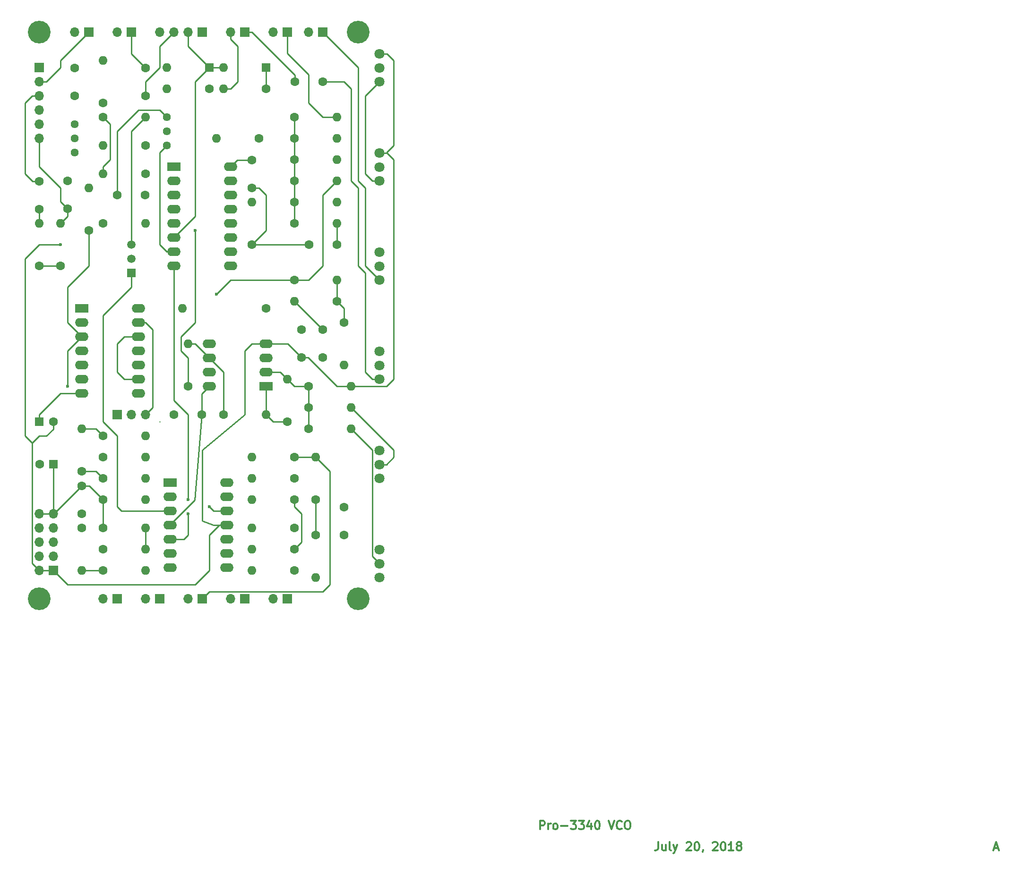
<source format=gtl>
G04 #@! TF.FileFunction,Copper,L1,Top,Signal*
%FSLAX46Y46*%
G04 Gerber Fmt 4.6, Leading zero omitted, Abs format (unit mm)*
G04 Created by KiCad (PCBNEW 4.0.7) date Saturday 21 July 2018 16:49:46*
%MOMM*%
%LPD*%
G01*
G04 APERTURE LIST*
%ADD10C,0.100000*%
%ADD11C,0.300000*%
%ADD12C,4.064000*%
%ADD13C,1.600000*%
%ADD14R,1.600000X1.600000*%
%ADD15O,1.600000X1.600000*%
%ADD16R,1.700000X1.700000*%
%ADD17O,1.700000X1.700000*%
%ADD18C,1.520000*%
%ADD19R,1.520000X1.520000*%
%ADD20C,1.800000*%
%ADD21C,1.440000*%
%ADD22R,2.400000X1.600000*%
%ADD23O,2.400000X1.600000*%
%ADD24C,0.600000*%
%ADD25C,0.250000*%
G04 APERTURE END LIST*
D10*
D11*
X270152857Y-193290000D02*
X270867143Y-193290000D01*
X270010000Y-193718571D02*
X270510000Y-192218571D01*
X271010000Y-193718571D01*
X209955716Y-192218571D02*
X209955716Y-193290000D01*
X209884288Y-193504286D01*
X209741431Y-193647143D01*
X209527145Y-193718571D01*
X209384288Y-193718571D01*
X211312859Y-192718571D02*
X211312859Y-193718571D01*
X210670002Y-192718571D02*
X210670002Y-193504286D01*
X210741430Y-193647143D01*
X210884288Y-193718571D01*
X211098573Y-193718571D01*
X211241430Y-193647143D01*
X211312859Y-193575714D01*
X212241431Y-193718571D02*
X212098573Y-193647143D01*
X212027145Y-193504286D01*
X212027145Y-192218571D01*
X212670002Y-192718571D02*
X213027145Y-193718571D01*
X213384287Y-192718571D02*
X213027145Y-193718571D01*
X212884287Y-194075714D01*
X212812859Y-194147143D01*
X212670002Y-194218571D01*
X215027144Y-192361429D02*
X215098573Y-192290000D01*
X215241430Y-192218571D01*
X215598573Y-192218571D01*
X215741430Y-192290000D01*
X215812859Y-192361429D01*
X215884287Y-192504286D01*
X215884287Y-192647143D01*
X215812859Y-192861429D01*
X214955716Y-193718571D01*
X215884287Y-193718571D01*
X216812858Y-192218571D02*
X216955715Y-192218571D01*
X217098572Y-192290000D01*
X217170001Y-192361429D01*
X217241430Y-192504286D01*
X217312858Y-192790000D01*
X217312858Y-193147143D01*
X217241430Y-193432857D01*
X217170001Y-193575714D01*
X217098572Y-193647143D01*
X216955715Y-193718571D01*
X216812858Y-193718571D01*
X216670001Y-193647143D01*
X216598572Y-193575714D01*
X216527144Y-193432857D01*
X216455715Y-193147143D01*
X216455715Y-192790000D01*
X216527144Y-192504286D01*
X216598572Y-192361429D01*
X216670001Y-192290000D01*
X216812858Y-192218571D01*
X218027143Y-193647143D02*
X218027143Y-193718571D01*
X217955715Y-193861429D01*
X217884286Y-193932857D01*
X219741429Y-192361429D02*
X219812858Y-192290000D01*
X219955715Y-192218571D01*
X220312858Y-192218571D01*
X220455715Y-192290000D01*
X220527144Y-192361429D01*
X220598572Y-192504286D01*
X220598572Y-192647143D01*
X220527144Y-192861429D01*
X219670001Y-193718571D01*
X220598572Y-193718571D01*
X221527143Y-192218571D02*
X221670000Y-192218571D01*
X221812857Y-192290000D01*
X221884286Y-192361429D01*
X221955715Y-192504286D01*
X222027143Y-192790000D01*
X222027143Y-193147143D01*
X221955715Y-193432857D01*
X221884286Y-193575714D01*
X221812857Y-193647143D01*
X221670000Y-193718571D01*
X221527143Y-193718571D01*
X221384286Y-193647143D01*
X221312857Y-193575714D01*
X221241429Y-193432857D01*
X221170000Y-193147143D01*
X221170000Y-192790000D01*
X221241429Y-192504286D01*
X221312857Y-192361429D01*
X221384286Y-192290000D01*
X221527143Y-192218571D01*
X223455714Y-193718571D02*
X222598571Y-193718571D01*
X223027143Y-193718571D02*
X223027143Y-192218571D01*
X222884286Y-192432857D01*
X222741428Y-192575714D01*
X222598571Y-192647143D01*
X224312857Y-192861429D02*
X224169999Y-192790000D01*
X224098571Y-192718571D01*
X224027142Y-192575714D01*
X224027142Y-192504286D01*
X224098571Y-192361429D01*
X224169999Y-192290000D01*
X224312857Y-192218571D01*
X224598571Y-192218571D01*
X224741428Y-192290000D01*
X224812857Y-192361429D01*
X224884285Y-192504286D01*
X224884285Y-192575714D01*
X224812857Y-192718571D01*
X224741428Y-192790000D01*
X224598571Y-192861429D01*
X224312857Y-192861429D01*
X224169999Y-192932857D01*
X224098571Y-193004286D01*
X224027142Y-193147143D01*
X224027142Y-193432857D01*
X224098571Y-193575714D01*
X224169999Y-193647143D01*
X224312857Y-193718571D01*
X224598571Y-193718571D01*
X224741428Y-193647143D01*
X224812857Y-193575714D01*
X224884285Y-193432857D01*
X224884285Y-193147143D01*
X224812857Y-193004286D01*
X224741428Y-192932857D01*
X224598571Y-192861429D01*
X188778573Y-189908571D02*
X188778573Y-188408571D01*
X189350001Y-188408571D01*
X189492859Y-188480000D01*
X189564287Y-188551429D01*
X189635716Y-188694286D01*
X189635716Y-188908571D01*
X189564287Y-189051429D01*
X189492859Y-189122857D01*
X189350001Y-189194286D01*
X188778573Y-189194286D01*
X190278573Y-189908571D02*
X190278573Y-188908571D01*
X190278573Y-189194286D02*
X190350001Y-189051429D01*
X190421430Y-188980000D01*
X190564287Y-188908571D01*
X190707144Y-188908571D01*
X191421430Y-189908571D02*
X191278572Y-189837143D01*
X191207144Y-189765714D01*
X191135715Y-189622857D01*
X191135715Y-189194286D01*
X191207144Y-189051429D01*
X191278572Y-188980000D01*
X191421430Y-188908571D01*
X191635715Y-188908571D01*
X191778572Y-188980000D01*
X191850001Y-189051429D01*
X191921430Y-189194286D01*
X191921430Y-189622857D01*
X191850001Y-189765714D01*
X191778572Y-189837143D01*
X191635715Y-189908571D01*
X191421430Y-189908571D01*
X192564287Y-189337143D02*
X193707144Y-189337143D01*
X194278573Y-188408571D02*
X195207144Y-188408571D01*
X194707144Y-188980000D01*
X194921430Y-188980000D01*
X195064287Y-189051429D01*
X195135716Y-189122857D01*
X195207144Y-189265714D01*
X195207144Y-189622857D01*
X195135716Y-189765714D01*
X195064287Y-189837143D01*
X194921430Y-189908571D01*
X194492858Y-189908571D01*
X194350001Y-189837143D01*
X194278573Y-189765714D01*
X195707144Y-188408571D02*
X196635715Y-188408571D01*
X196135715Y-188980000D01*
X196350001Y-188980000D01*
X196492858Y-189051429D01*
X196564287Y-189122857D01*
X196635715Y-189265714D01*
X196635715Y-189622857D01*
X196564287Y-189765714D01*
X196492858Y-189837143D01*
X196350001Y-189908571D01*
X195921429Y-189908571D01*
X195778572Y-189837143D01*
X195707144Y-189765714D01*
X197921429Y-188908571D02*
X197921429Y-189908571D01*
X197564286Y-188337143D02*
X197207143Y-189408571D01*
X198135715Y-189408571D01*
X198992857Y-188408571D02*
X199135714Y-188408571D01*
X199278571Y-188480000D01*
X199350000Y-188551429D01*
X199421429Y-188694286D01*
X199492857Y-188980000D01*
X199492857Y-189337143D01*
X199421429Y-189622857D01*
X199350000Y-189765714D01*
X199278571Y-189837143D01*
X199135714Y-189908571D01*
X198992857Y-189908571D01*
X198850000Y-189837143D01*
X198778571Y-189765714D01*
X198707143Y-189622857D01*
X198635714Y-189337143D01*
X198635714Y-188980000D01*
X198707143Y-188694286D01*
X198778571Y-188551429D01*
X198850000Y-188480000D01*
X198992857Y-188408571D01*
X201064285Y-188408571D02*
X201564285Y-189908571D01*
X202064285Y-188408571D01*
X203421428Y-189765714D02*
X203349999Y-189837143D01*
X203135713Y-189908571D01*
X202992856Y-189908571D01*
X202778571Y-189837143D01*
X202635713Y-189694286D01*
X202564285Y-189551429D01*
X202492856Y-189265714D01*
X202492856Y-189051429D01*
X202564285Y-188765714D01*
X202635713Y-188622857D01*
X202778571Y-188480000D01*
X202992856Y-188408571D01*
X203135713Y-188408571D01*
X203349999Y-188480000D01*
X203421428Y-188551429D01*
X204349999Y-188408571D02*
X204635713Y-188408571D01*
X204778571Y-188480000D01*
X204921428Y-188622857D01*
X204992856Y-188908571D01*
X204992856Y-189408571D01*
X204921428Y-189694286D01*
X204778571Y-189837143D01*
X204635713Y-189908571D01*
X204349999Y-189908571D01*
X204207142Y-189837143D01*
X204064285Y-189694286D01*
X203992856Y-189408571D01*
X203992856Y-188908571D01*
X204064285Y-188622857D01*
X204207142Y-188480000D01*
X204349999Y-188408571D01*
D12*
X99060000Y-148590000D03*
X156210000Y-148590000D03*
X99060000Y-46990000D03*
D13*
X149860000Y-55880000D03*
X144860000Y-55880000D03*
X118110000Y-58420000D03*
X118110000Y-53420000D03*
X105410000Y-58420000D03*
X105410000Y-53420000D03*
X99060000Y-78740000D03*
X99060000Y-73740000D03*
X152400000Y-85090000D03*
X147400000Y-85090000D03*
X149860000Y-100330000D03*
X149860000Y-105330000D03*
X104140000Y-73660000D03*
X104140000Y-78660000D03*
X113030000Y-76200000D03*
X118030000Y-76200000D03*
D14*
X101600000Y-124460000D03*
D13*
X99100000Y-124460000D03*
X137160000Y-74930000D03*
X137160000Y-69930000D03*
X153670000Y-137160000D03*
X153670000Y-132160000D03*
X106680000Y-133350000D03*
X106680000Y-128350000D03*
D14*
X129540000Y-53340000D03*
D15*
X121920000Y-53340000D03*
D16*
X115570000Y-46990000D03*
D17*
X113030000Y-46990000D03*
D16*
X107950000Y-46990000D03*
D17*
X105410000Y-46990000D03*
D16*
X135890000Y-46990000D03*
D17*
X133350000Y-46990000D03*
D16*
X143510000Y-46990000D03*
D17*
X140970000Y-46990000D03*
D16*
X149860000Y-46990000D03*
D17*
X147320000Y-46990000D03*
D16*
X143510000Y-148590000D03*
D17*
X140970000Y-148590000D03*
D16*
X113030000Y-148590000D03*
D17*
X110490000Y-148590000D03*
D16*
X120650000Y-148590000D03*
D17*
X118110000Y-148590000D03*
D16*
X135890000Y-148590000D03*
D17*
X133350000Y-148590000D03*
D16*
X128270000Y-148590000D03*
D17*
X125730000Y-148590000D03*
D18*
X115570000Y-87630000D03*
X115570000Y-85090000D03*
D19*
X115570000Y-90170000D03*
D13*
X144780000Y-73660000D03*
D15*
X152400000Y-73660000D03*
D13*
X144780000Y-62230000D03*
D15*
X152400000Y-62230000D03*
D13*
X144780000Y-77470000D03*
D15*
X152400000Y-77470000D03*
D13*
X144780000Y-66040000D03*
D15*
X152400000Y-66040000D03*
D13*
X144780000Y-69850000D03*
D15*
X152400000Y-69850000D03*
D13*
X144780000Y-81280000D03*
D15*
X152400000Y-81280000D03*
D13*
X110490000Y-59690000D03*
D15*
X110490000Y-52070000D03*
D13*
X99060000Y-88900000D03*
D15*
X99060000Y-81280000D03*
D13*
X153670000Y-99060000D03*
D15*
X153670000Y-106680000D03*
D13*
X144780000Y-91440000D03*
D15*
X152400000Y-91440000D03*
D13*
X152400000Y-95250000D03*
D15*
X144780000Y-95250000D03*
D13*
X102870000Y-88900000D03*
D15*
X102870000Y-81280000D03*
D13*
X110490000Y-62230000D03*
D15*
X118110000Y-62230000D03*
D13*
X129540000Y-57150000D03*
D15*
X121920000Y-57150000D03*
D13*
X139700000Y-57150000D03*
D15*
X132080000Y-57150000D03*
D13*
X147320000Y-114300000D03*
D15*
X154940000Y-114300000D03*
D13*
X147320000Y-110490000D03*
D15*
X154940000Y-110490000D03*
D13*
X147320000Y-118110000D03*
D15*
X154940000Y-118110000D03*
D13*
X118110000Y-67310000D03*
D15*
X110490000Y-67310000D03*
D13*
X118110000Y-72390000D03*
D15*
X110490000Y-72390000D03*
D13*
X143510000Y-116840000D03*
D15*
X143510000Y-109220000D03*
D13*
X138430000Y-66040000D03*
D15*
X130810000Y-66040000D03*
D13*
X132080000Y-115570000D03*
D15*
X139700000Y-115570000D03*
D13*
X125730000Y-110490000D03*
D15*
X125730000Y-102870000D03*
D13*
X137160000Y-85090000D03*
D15*
X137160000Y-77470000D03*
D13*
X110490000Y-81280000D03*
D15*
X118110000Y-81280000D03*
D13*
X107950000Y-82550000D03*
D15*
X107950000Y-74930000D03*
D13*
X110490000Y-130810000D03*
D15*
X118110000Y-130810000D03*
D13*
X110490000Y-127000000D03*
D15*
X118110000Y-127000000D03*
D13*
X110490000Y-135890000D03*
D15*
X118110000Y-135890000D03*
D13*
X144780000Y-139700000D03*
D15*
X137160000Y-139700000D03*
D13*
X144780000Y-130810000D03*
D15*
X137160000Y-130810000D03*
D13*
X110490000Y-123190000D03*
D15*
X118110000Y-123190000D03*
D13*
X110490000Y-139700000D03*
D15*
X118110000Y-139700000D03*
D13*
X144780000Y-135890000D03*
D15*
X137160000Y-135890000D03*
D13*
X144780000Y-127000000D03*
D15*
X137160000Y-127000000D03*
D13*
X110490000Y-119380000D03*
D15*
X118110000Y-119380000D03*
D13*
X110490000Y-143510000D03*
D15*
X118110000Y-143510000D03*
D13*
X144780000Y-143510000D03*
D15*
X137160000Y-143510000D03*
D13*
X144780000Y-123190000D03*
D15*
X137160000Y-123190000D03*
D13*
X106680000Y-125730000D03*
D15*
X106680000Y-118110000D03*
D13*
X106680000Y-135890000D03*
D15*
X106680000Y-143510000D03*
D20*
X160020000Y-50880000D03*
X160020000Y-53380000D03*
X160020000Y-55880000D03*
X160020000Y-68660000D03*
X160020000Y-71160000D03*
X160020000Y-73660000D03*
X160020000Y-86440000D03*
X160020000Y-88940000D03*
X160020000Y-91440000D03*
X160020000Y-104220000D03*
X160020000Y-106720000D03*
X160020000Y-109220000D03*
X160020000Y-122000000D03*
X160020000Y-124500000D03*
X160020000Y-127000000D03*
D21*
X105410000Y-63500000D03*
X105410000Y-66040000D03*
X105410000Y-68580000D03*
D20*
X160020000Y-139780000D03*
X160020000Y-142280000D03*
X160020000Y-144780000D03*
D21*
X121920000Y-62230000D03*
X121920000Y-64770000D03*
X121920000Y-67310000D03*
D22*
X106680000Y-96520000D03*
D23*
X116840000Y-111760000D03*
X106680000Y-99060000D03*
X116840000Y-109220000D03*
X106680000Y-101600000D03*
X116840000Y-106680000D03*
X106680000Y-104140000D03*
X116840000Y-104140000D03*
X106680000Y-106680000D03*
X116840000Y-101600000D03*
X106680000Y-109220000D03*
X116840000Y-99060000D03*
X106680000Y-111760000D03*
X116840000Y-96520000D03*
D22*
X139700000Y-110490000D03*
D23*
X129540000Y-102870000D03*
X139700000Y-107950000D03*
X129540000Y-105410000D03*
X139700000Y-105410000D03*
X129540000Y-107950000D03*
X139700000Y-102870000D03*
X129540000Y-110490000D03*
D22*
X123190000Y-71120000D03*
D23*
X133350000Y-88900000D03*
X123190000Y-73660000D03*
X133350000Y-86360000D03*
X123190000Y-76200000D03*
X133350000Y-83820000D03*
X123190000Y-78740000D03*
X133350000Y-81280000D03*
X123190000Y-81280000D03*
X133350000Y-78740000D03*
X123190000Y-83820000D03*
X133350000Y-76200000D03*
X123190000Y-86360000D03*
X133350000Y-73660000D03*
X123190000Y-88900000D03*
X133350000Y-71120000D03*
D22*
X122465001Y-127765000D03*
D23*
X132625001Y-143005000D03*
X122465001Y-130305000D03*
X132625001Y-140465000D03*
X122465001Y-132845000D03*
X132625001Y-137925000D03*
X122465001Y-135385000D03*
X132625001Y-135385000D03*
X122465001Y-137925000D03*
X132625001Y-132845000D03*
X122465001Y-140465000D03*
X132625001Y-130305000D03*
X122465001Y-143005000D03*
X132625001Y-127765000D03*
D13*
X139700000Y-96520000D03*
D15*
X124700000Y-96520000D03*
D13*
X123190000Y-115570000D03*
X128190000Y-115570000D03*
X146050000Y-100330000D03*
X146050000Y-105330000D03*
D14*
X99060000Y-116840000D03*
D13*
X101560000Y-116840000D03*
D14*
X139700000Y-53340000D03*
D15*
X132080000Y-53340000D03*
D13*
X148590000Y-137160000D03*
D15*
X148590000Y-144780000D03*
D13*
X148590000Y-130810000D03*
D15*
X148590000Y-123190000D03*
D16*
X128270000Y-46990000D03*
D17*
X125730000Y-46990000D03*
X123190000Y-46990000D03*
X120650000Y-46990000D03*
D12*
X156210000Y-46990000D03*
D16*
X113030000Y-115570000D03*
D17*
X115570000Y-115570000D03*
X118110000Y-115570000D03*
D16*
X99060000Y-53340000D03*
D17*
X99060000Y-55880000D03*
X99060000Y-58420000D03*
X99060000Y-60960000D03*
X99060000Y-63500000D03*
X99060000Y-66040000D03*
D16*
X101600000Y-143510000D03*
D17*
X99060000Y-143510000D03*
X101600000Y-140970000D03*
X99060000Y-140970000D03*
X101600000Y-138430000D03*
X99060000Y-138430000D03*
X101600000Y-135890000D03*
X99060000Y-135890000D03*
X101600000Y-133350000D03*
X99060000Y-133350000D03*
D24*
X130810000Y-93980000D03*
X102870000Y-85090000D03*
X125730000Y-133350000D03*
X125730000Y-130810000D03*
X127000000Y-82550000D03*
X104140000Y-110490000D03*
X129540000Y-132080000D03*
D25*
X120650000Y-116840000D02*
X120650000Y-116840000D01*
X149860000Y-55880000D02*
X153670000Y-55880000D01*
X158750000Y-109220000D02*
X160020000Y-109220000D01*
X157480000Y-107950000D02*
X158750000Y-109220000D01*
X157480000Y-90170000D02*
X157480000Y-107950000D01*
X156210000Y-88900000D02*
X157480000Y-90170000D01*
X156210000Y-74930000D02*
X156210000Y-88900000D01*
X154940000Y-73660000D02*
X156210000Y-74930000D01*
X154940000Y-57150000D02*
X154940000Y-73660000D01*
X153670000Y-55880000D02*
X154940000Y-57150000D01*
X135890000Y-46990000D02*
X137160000Y-46990000D01*
X144860000Y-54690000D02*
X144860000Y-55880000D01*
X137160000Y-46990000D02*
X144860000Y-54690000D01*
X118110000Y-58420000D02*
X118110000Y-55880000D01*
X120650000Y-49530000D02*
X123190000Y-46990000D01*
X120650000Y-53340000D02*
X120650000Y-49530000D01*
X118110000Y-55880000D02*
X120650000Y-53340000D01*
X115570000Y-46990000D02*
X115570000Y-50880000D01*
X115570000Y-50880000D02*
X118110000Y-53420000D01*
X99060000Y-78740000D02*
X99060000Y-81280000D01*
X99060000Y-58420000D02*
X97790000Y-58420000D01*
X97870000Y-73740000D02*
X99060000Y-73740000D01*
X96520000Y-72390000D02*
X97870000Y-73740000D01*
X96520000Y-59690000D02*
X96520000Y-72390000D01*
X97790000Y-58420000D02*
X96520000Y-59690000D01*
X152400000Y-85090000D02*
X152400000Y-81280000D01*
X99060000Y-116840000D02*
X99060000Y-115570000D01*
X102870000Y-111760000D02*
X106680000Y-111760000D01*
X99060000Y-115570000D02*
X102870000Y-111760000D01*
X106680000Y-125730000D02*
X109220000Y-125730000D01*
X109220000Y-125730000D02*
X110490000Y-127000000D01*
X137160000Y-85090000D02*
X147400000Y-85090000D01*
X132080000Y-57150000D02*
X133350000Y-57150000D01*
X133350000Y-48260000D02*
X133350000Y-46990000D01*
X134620000Y-49530000D02*
X133350000Y-48260000D01*
X134620000Y-55880000D02*
X134620000Y-49530000D01*
X133350000Y-57150000D02*
X134620000Y-55880000D01*
X137160000Y-85090000D02*
X139700000Y-82550000D01*
X139700000Y-82550000D02*
X139700000Y-76200000D01*
X139700000Y-76200000D02*
X138430000Y-74930000D01*
X138430000Y-74930000D02*
X137160000Y-74930000D01*
X113030000Y-76200000D02*
X113030000Y-64770000D01*
X120650000Y-60960000D02*
X121920000Y-62230000D01*
X116840000Y-60960000D02*
X120650000Y-60960000D01*
X113030000Y-64770000D02*
X116840000Y-60960000D01*
X148590000Y-130810000D02*
X148590000Y-137160000D01*
X149860000Y-100330000D02*
X144780000Y-95250000D01*
X99060000Y-66040000D02*
X99060000Y-71120000D01*
X102870000Y-77390000D02*
X104140000Y-78660000D01*
X102870000Y-74930000D02*
X102870000Y-77390000D01*
X99060000Y-71120000D02*
X102870000Y-74930000D01*
X104140000Y-78660000D02*
X104140000Y-80010000D01*
X104140000Y-80010000D02*
X102870000Y-81280000D01*
X110490000Y-72390000D02*
X110490000Y-71120000D01*
X111760000Y-63500000D02*
X110490000Y-62230000D01*
X111760000Y-69850000D02*
X111760000Y-63500000D01*
X110490000Y-71120000D02*
X111760000Y-69850000D01*
X133350000Y-91440000D02*
X144780000Y-91440000D01*
X130810000Y-93980000D02*
X133350000Y-91440000D01*
X144780000Y-91440000D02*
X147320000Y-91440000D01*
X144780000Y-130810000D02*
X144780000Y-132080000D01*
X144780000Y-132080000D02*
X146050000Y-133350000D01*
X146050000Y-133350000D02*
X146050000Y-138430000D01*
X146050000Y-138430000D02*
X144780000Y-139700000D01*
X160020000Y-73660000D02*
X158750000Y-73660000D01*
X158750000Y-73660000D02*
X157480000Y-72390000D01*
X157480000Y-72390000D02*
X157480000Y-58420000D01*
X157480000Y-58420000D02*
X160020000Y-55880000D01*
X137160000Y-69930000D02*
X134540000Y-69930000D01*
X134540000Y-69930000D02*
X133350000Y-71120000D01*
X149860000Y-76200000D02*
X152400000Y-73660000D01*
X147320000Y-91440000D02*
X149860000Y-88900000D01*
X149860000Y-88900000D02*
X149860000Y-76200000D01*
X128190000Y-115570000D02*
X128190000Y-115490000D01*
X128190000Y-115570000D02*
X128190000Y-111840000D01*
X128190000Y-111840000D02*
X129540000Y-110490000D01*
X122465001Y-135385000D02*
X122425000Y-135385000D01*
X122425000Y-135385000D02*
X126920000Y-130890000D01*
X126920000Y-130890000D02*
X128190000Y-115570000D01*
X101600000Y-133350000D02*
X101680000Y-133350000D01*
X101680000Y-133350000D02*
X106680000Y-128350000D01*
X106680000Y-128350000D02*
X108030000Y-128350000D01*
X108030000Y-128350000D02*
X110490000Y-130810000D01*
X110490000Y-130810000D02*
X110490000Y-135890000D01*
X99060000Y-133350000D02*
X101600000Y-133350000D01*
X101600000Y-133350000D02*
X101600000Y-124460000D01*
X102870000Y-85090000D02*
X99060000Y-85090000D01*
X96520000Y-119380000D02*
X97790000Y-120650000D01*
X96520000Y-87630000D02*
X96520000Y-119380000D01*
X99060000Y-85090000D02*
X96520000Y-87630000D01*
X161290000Y-68660000D02*
X161290000Y-68580000D01*
X161370000Y-50880000D02*
X160020000Y-50880000D01*
X162560000Y-52070000D02*
X161370000Y-50880000D01*
X162560000Y-67310000D02*
X162560000Y-52070000D01*
X161290000Y-68580000D02*
X162560000Y-67310000D01*
X154940000Y-110490000D02*
X161290000Y-110490000D01*
X161370000Y-68660000D02*
X161290000Y-68660000D01*
X161290000Y-68660000D02*
X160020000Y-68660000D01*
X162560000Y-69850000D02*
X161370000Y-68660000D01*
X162560000Y-109220000D02*
X162560000Y-69850000D01*
X161290000Y-110490000D02*
X162560000Y-109220000D01*
X115570000Y-85090000D02*
X115570000Y-64770000D01*
X115570000Y-64770000D02*
X118110000Y-62230000D01*
X99060000Y-143510000D02*
X97790000Y-142240000D01*
X97790000Y-142240000D02*
X97790000Y-120650000D01*
X101560000Y-118150000D02*
X101560000Y-116840000D01*
X97790000Y-120650000D02*
X99060000Y-119380000D01*
X99060000Y-119380000D02*
X100330000Y-119380000D01*
X100330000Y-119380000D02*
X101560000Y-118150000D01*
X146050000Y-105330000D02*
X147240000Y-105330000D01*
X152400000Y-110490000D02*
X154940000Y-110490000D01*
X147240000Y-105330000D02*
X152400000Y-110490000D01*
X139700000Y-102870000D02*
X143590000Y-102870000D01*
X143590000Y-102870000D02*
X146050000Y-105330000D01*
X132625001Y-135385000D02*
X130305000Y-135385000D01*
X137160000Y-102870000D02*
X139700000Y-102870000D01*
X135890000Y-104140000D02*
X137160000Y-102870000D01*
X135890000Y-115570000D02*
X135890000Y-104140000D01*
X128270000Y-121920000D02*
X135890000Y-115570000D01*
X128270000Y-134620000D02*
X128270000Y-121920000D01*
X130305000Y-135385000D02*
X128270000Y-134620000D01*
X101600000Y-143510000D02*
X104140000Y-146050000D01*
X131315000Y-135385000D02*
X132625001Y-135385000D01*
X129540000Y-137160000D02*
X131315000Y-135385000D01*
X129540000Y-143510000D02*
X129540000Y-137160000D01*
X127000000Y-146050000D02*
X129540000Y-143510000D01*
X104140000Y-146050000D02*
X127000000Y-146050000D01*
X99060000Y-143510000D02*
X101600000Y-143510000D01*
X99060000Y-55880000D02*
X100330000Y-55880000D01*
X105410000Y-49530000D02*
X107950000Y-46990000D01*
X102870000Y-52070000D02*
X105410000Y-49530000D01*
X102870000Y-53340000D02*
X102870000Y-52070000D01*
X100330000Y-55880000D02*
X102870000Y-53340000D01*
X143510000Y-46990000D02*
X143510000Y-50800000D01*
X149860000Y-62230000D02*
X152400000Y-62230000D01*
X147320000Y-59690000D02*
X149860000Y-62230000D01*
X147320000Y-54610000D02*
X147320000Y-59690000D01*
X143510000Y-50800000D02*
X147320000Y-54610000D01*
X149860000Y-46990000D02*
X156210000Y-53340000D01*
X157480000Y-88900000D02*
X160020000Y-91440000D01*
X157480000Y-74930000D02*
X157480000Y-88900000D01*
X156210000Y-73660000D02*
X157480000Y-74930000D01*
X156210000Y-53340000D02*
X156210000Y-73660000D01*
X106680000Y-118110000D02*
X109220000Y-118110000D01*
X109220000Y-118110000D02*
X110490000Y-119380000D01*
X106680000Y-143510000D02*
X110490000Y-143510000D01*
X144780000Y-123190000D02*
X148590000Y-123190000D01*
X148590000Y-123190000D02*
X151130000Y-125730000D01*
X151130000Y-125730000D02*
X151130000Y-146050000D01*
X151130000Y-146050000D02*
X149860000Y-147320000D01*
X149860000Y-147320000D02*
X129540000Y-147320000D01*
X129540000Y-147320000D02*
X128270000Y-148590000D01*
X99060000Y-88900000D02*
X102870000Y-88900000D01*
X115570000Y-90170000D02*
X115570000Y-92710000D01*
X113795000Y-132845000D02*
X122465001Y-132845000D01*
X113030000Y-132080000D02*
X113795000Y-132845000D01*
X113030000Y-119380000D02*
X113030000Y-132080000D01*
X110490000Y-116840000D02*
X113030000Y-119380000D01*
X110490000Y-97790000D02*
X110490000Y-116840000D01*
X115570000Y-92710000D02*
X110490000Y-97790000D01*
X153670000Y-99060000D02*
X153670000Y-96520000D01*
X153670000Y-96520000D02*
X152400000Y-95250000D01*
X152400000Y-95250000D02*
X152400000Y-91440000D01*
X160020000Y-124500000D02*
X161250000Y-124500000D01*
X162560000Y-121920000D02*
X154940000Y-114300000D01*
X162560000Y-123190000D02*
X162560000Y-121920000D01*
X161250000Y-124500000D02*
X162560000Y-123190000D01*
X139700000Y-110490000D02*
X139700000Y-115570000D01*
X139700000Y-115570000D02*
X140970000Y-116840000D01*
X140970000Y-116840000D02*
X143510000Y-116840000D01*
X118110000Y-135890000D02*
X118110000Y-139700000D01*
X123190000Y-86360000D02*
X121920000Y-86360000D01*
X120650000Y-68580000D02*
X121920000Y-67310000D01*
X120650000Y-85090000D02*
X120650000Y-68580000D01*
X121920000Y-86360000D02*
X120650000Y-85090000D01*
X116840000Y-109220000D02*
X114300000Y-109220000D01*
X114300000Y-101600000D02*
X116840000Y-101600000D01*
X113030000Y-102870000D02*
X114300000Y-101600000D01*
X113030000Y-107950000D02*
X113030000Y-102870000D01*
X114300000Y-109220000D02*
X113030000Y-107950000D01*
X123190000Y-88900000D02*
X123190000Y-93980000D01*
X124965000Y-137925000D02*
X122465001Y-137925000D01*
X125730000Y-137160000D02*
X124965000Y-137925000D01*
X125730000Y-133350000D02*
X125730000Y-137160000D01*
X125730000Y-115570000D02*
X125730000Y-130810000D01*
X123190000Y-113030000D02*
X125730000Y-115570000D01*
X123190000Y-93980000D02*
X123190000Y-113030000D01*
X129540000Y-53340000D02*
X127000000Y-55880000D01*
X127000000Y-80010000D02*
X123190000Y-83820000D01*
X127000000Y-55880000D02*
X127000000Y-80010000D01*
X125730000Y-46990000D02*
X125730000Y-49530000D01*
X125730000Y-49530000D02*
X129540000Y-53340000D01*
X129540000Y-53340000D02*
X132080000Y-53340000D01*
X139700000Y-53340000D02*
X139700000Y-57150000D01*
X144780000Y-81280000D02*
X144780000Y-77470000D01*
X144780000Y-66040000D02*
X144780000Y-69850000D01*
X144780000Y-69850000D02*
X144780000Y-73660000D01*
X144780000Y-73660000D02*
X144780000Y-77470000D01*
X144780000Y-62230000D02*
X144780000Y-66040000D01*
X143510000Y-109220000D02*
X142240000Y-107950000D01*
X142240000Y-107950000D02*
X139700000Y-107950000D01*
X139700000Y-107950000D02*
X142240000Y-107950000D01*
X144780000Y-110490000D02*
X147320000Y-110490000D01*
X142240000Y-107950000D02*
X144780000Y-110490000D01*
X147320000Y-110490000D02*
X147320000Y-114300000D01*
X147320000Y-114300000D02*
X147320000Y-118110000D01*
X160020000Y-142280000D02*
X160020000Y-142240000D01*
X160020000Y-142240000D02*
X158750000Y-140970000D01*
X158750000Y-140970000D02*
X158750000Y-121920000D01*
X158750000Y-121920000D02*
X154940000Y-118110000D01*
X125730000Y-102870000D02*
X127000000Y-102870000D01*
X127000000Y-102870000D02*
X129540000Y-105410000D01*
X132080000Y-115570000D02*
X132080000Y-107950000D01*
X132080000Y-107950000D02*
X129540000Y-105410000D01*
X125730000Y-110490000D02*
X125730000Y-105410000D01*
X127000000Y-99060000D02*
X127000000Y-82550000D01*
X124460000Y-101600000D02*
X127000000Y-99060000D01*
X124460000Y-104140000D02*
X124460000Y-101600000D01*
X125730000Y-105410000D02*
X124460000Y-104140000D01*
X106680000Y-101600000D02*
X104140000Y-104140000D01*
X104140000Y-104140000D02*
X104140000Y-110490000D01*
X107950000Y-82550000D02*
X107950000Y-88900000D01*
X104140000Y-99060000D02*
X106680000Y-101600000D01*
X104140000Y-92710000D02*
X104140000Y-99060000D01*
X107950000Y-88900000D02*
X104140000Y-92710000D01*
X116840000Y-99060000D02*
X118110000Y-99060000D01*
X119380000Y-114300000D02*
X118110000Y-115570000D01*
X119380000Y-100330000D02*
X119380000Y-114300000D01*
X118110000Y-99060000D02*
X119380000Y-100330000D01*
X132625001Y-132845000D02*
X130305000Y-132845000D01*
X130305000Y-132845000D02*
X129540000Y-132080000D01*
M02*

</source>
